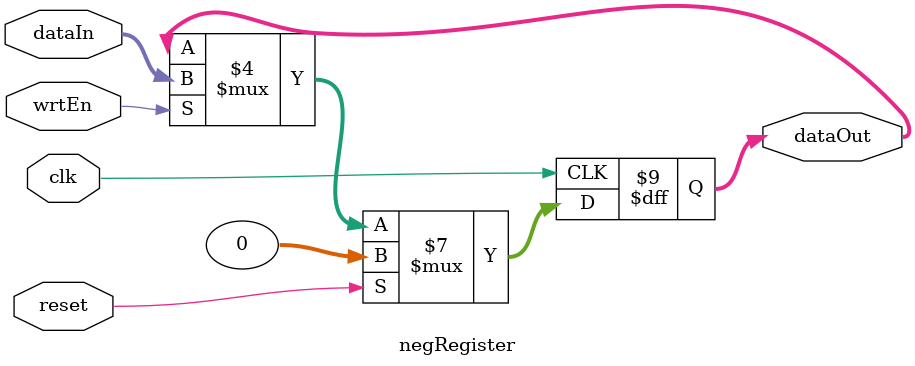
<source format=v>
module negRegister(clk, reset, wrtEn, dataIn, dataOut);
	parameter BIT_WIDTH = 32;
	parameter RESET_VALUE = 0;
	
	input clk, reset, wrtEn;
	input[BIT_WIDTH - 1: 0] dataIn;
	output[BIT_WIDTH - 1: 0] dataOut;
	reg[BIT_WIDTH - 1: 0] dataOut;
	
	always @(negedge clk) begin
		if (reset == 1'b1)
			dataOut <= RESET_VALUE;
		else if (wrtEn == 1'b1)
			dataOut <= dataIn;
	end
	
endmodule
</source>
